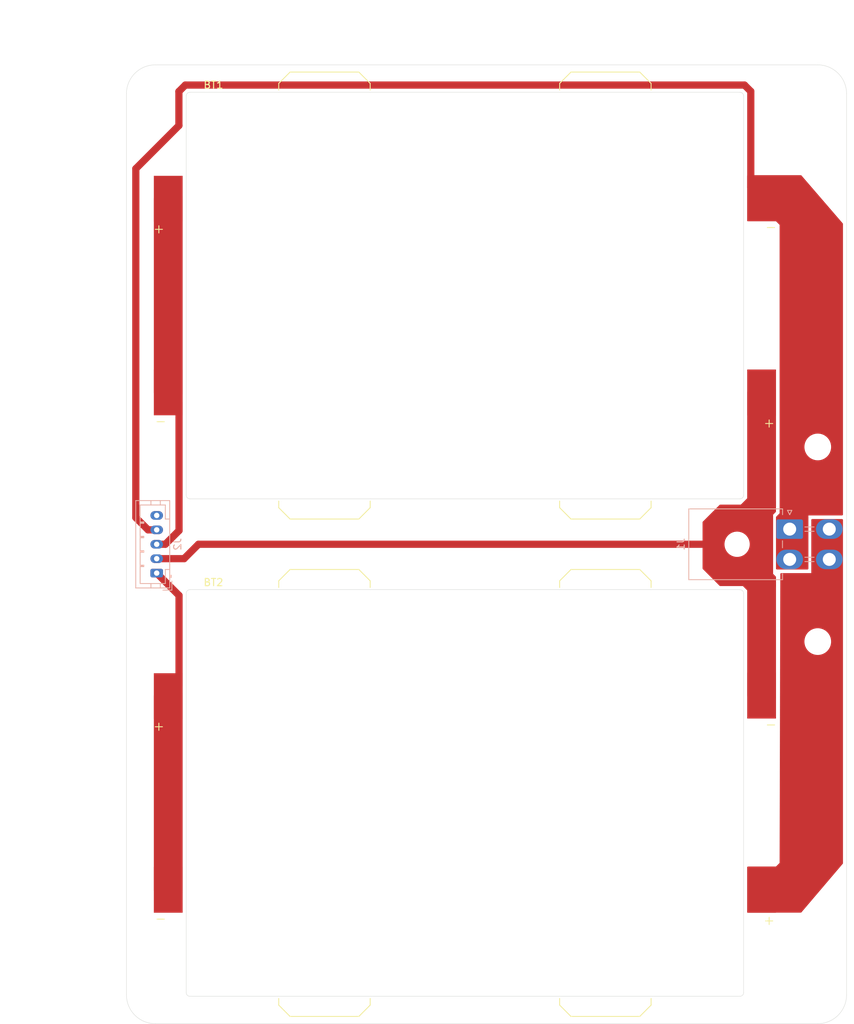
<source format=kicad_pcb>
(kicad_pcb (version 20240108) (generator "pcbnew") (generator_version "8.0")
  (layers (0 "F.Cu" signal) (31 "B.Cu" signal) (34 "B.Paste" user) (35 "F.Paste" user) (36 "B.SilkS" user "B.Silkscreen") (37 "F.SilkS" user "F.Silkscreen") (38 "B.Mask" user) (39 "F.Mask" user) (44 "Edge.Cuts" user))
  (net 0 "")
  (net 1 "/CELL1")
  (net 2 "/CELL2")
  (net 3 "/CELL3")
  (net 5 "/PACK_N")
  (net 6 "/PACK_P")
  (footprint "MountingHole:MountingHole_3.2mm_M3" (layer "F.Cu") (at 78.25 81.5)
    (property "Reference" "REF**" (hide yes))
    (property "Value" "MountingHole_3.2mm_M3" (hide yes))
    (pad "" np_thru_hole circle (at 0 0) (size 3.2 3.2) (drill 3.2) (layers "F&B.Cu" "*.Mask"))
  )
  (footprint "MountingHole:MountingHole_3.2mm_M3" (layer "F.Cu") (at 78 156)
    (property "Reference" "REF**" (hide yes))
    (property "Value" "MountingHole_3.2mm_M3" (hide yes))
    (pad "" np_thru_hole circle (at 0 0) (size 3.2 3.2) (drill 3.2) (layers "*.Cu" "*.Mask"))
  )
  (footprint "common:BAT_1108" (layer "F.Cu") (at 121 61)
    (property "Reference" "BT1" (at -34.925 -29.21 0) (layer "F.SilkS"))
    (property "Value" "~")
    (fp_line (start -43 -9.185) (end -42 -9.185) (stroke (width 0.127)) (layer "F.SilkS"))
    (fp_line (start -42.75 17.5) (end -41.75 17.5) (stroke (width 0.127)) (layer "F.SilkS"))
    (fp_line (start -42.5 -9.685) (end -42.5 -8.685) (stroke (width 0.127)) (layer "F.SilkS"))
    (fp_line (start -25.855 -29.4252) (end -25.855 -28.5035) (stroke (width 0.127)) (layer "F.SilkS"))
    (fp_line (start -25.855 28.5035) (end -25.855 29.4252) (stroke (width 0.127)) (layer "F.SilkS"))
    (fp_line (start -25.855 29.4252) (end -24.2802 31) (stroke (width 0.127)) (layer "F.SilkS"))
    (fp_line (start -24.2802 -31) (end -25.855 -29.4252) (stroke (width 0.127)) (layer "F.SilkS"))
    (fp_line (start -24.2802 -31) (end -14.7298 -31) (stroke (width 0.127)) (layer "F.SilkS"))
    (fp_line (start -24.2802 31) (end -14.7298 31) (stroke (width 0.127)) (layer "F.SilkS"))
    (fp_line (start -14.7298 -31) (end -13.155 -29.4252) (stroke (width 0.127)) (layer "F.SilkS"))
    (fp_line (start -14.7298 31) (end -13.155 29.4252) (stroke (width 0.127)) (layer "F.SilkS"))
    (fp_line (start -13.155 -29.4252) (end -13.155 -28.5035) (stroke (width 0.127)) (layer "F.SilkS"))
    (fp_line (start -13.155 29.4252) (end -13.155 28.5035) (stroke (width 0.127)) (layer "F.SilkS"))
    (fp_line (start 13.155 -29.4252) (end 14.7298 -31) (stroke (width 0.127)) (layer "F.SilkS"))
    (fp_line (start 13.155 -28.5035) (end 13.155 -29.4252) (stroke (width 0.127)) (layer "F.SilkS"))
    (fp_line (start 13.155 28.5035) (end 13.155 29.4252) (stroke (width 0.127)) (layer "F.SilkS"))
    (fp_line (start 13.155 29.4252) (end 14.7298 31) (stroke (width 0.127)) (layer "F.SilkS"))
    (fp_line (start 14.7298 -31) (end 24.2802 -31) (stroke (width 0.127)) (layer "F.SilkS"))
    (fp_line (start 14.7298 31) (end 24.2802 31) (stroke (width 0.127)) (layer "F.SilkS"))
    (fp_line (start 24.2802 -31) (end 25.855 -29.4252) (stroke (width 0.127)) (layer "F.SilkS"))
    (fp_line (start 24.2802 31) (end 25.855 29.4252) (stroke (width 0.127)) (layer "F.SilkS"))
    (fp_line (start 25.855 -29.4252) (end 25.855 -28.5035) (stroke (width 0.127)) (layer "F.SilkS"))
    (fp_line (start 25.855 29.4252) (end 25.855 28.5035) (stroke (width 0.127)) (layer "F.SilkS"))
    (fp_line (start 41.75 17.75) (end 42.75 17.75) (stroke (width 0.127)) (layer "F.SilkS"))
    (fp_line (start 42 -9.435) (end 43 -9.435) (stroke (width 0.127)) (layer "F.SilkS"))
    (fp_line (start 42.25 17.25) (end 42.25 18.25) (stroke (width 0.127)) (layer "F.SilkS"))
    (fp_line (start -38.7 27.7) (end -38.7 -27.7) (stroke (width 0.05)) (layer "Edge.Cuts"))
    (fp_line (start -38.2 -28.2) (end 38.2 -28.2) (stroke (width 0.05)) (layer "Edge.Cuts"))
    (fp_line (start 38.2 28.2) (end -38.2 28.2) (stroke (width 0.05)) (layer "Edge.Cuts"))
    (fp_line (start 38.7 -27.7) (end 38.7 27.7) (stroke (width 0.05)) (layer "Edge.Cuts"))
    (fp_arc (start -38.7 -27.7) (mid -38.553553 -28.053553) (end -38.2 -28.2) (stroke (width 0.05)) (layer "Edge.Cuts"))
    (fp_arc (start -38.2 28.2) (mid -38.553553 28.053553) (end -38.7 27.7) (stroke (width 0.05)) (layer "Edge.Cuts"))
    (fp_arc (start 38.2 -28.2) (mid 38.553553 -28.053553) (end 38.7 -27.7) (stroke (width 0.05)) (layer "Edge.Cuts"))
    (fp_arc (start 38.7 27.7) (mid 38.553553 28.053553) (end 38.2 28.2) (stroke (width 0.05)) (layer "Edge.Cuts"))
    (pad "1" smd rect (at -41.2 -13.435) (size 4 6.35) (layers "F.Cu" "F.Paste" "F.Mask") (net 1 "/CELL1"))
    (pad "2" smd rect (at 41.2 -13.5) (size 4 6.35) (layers "F.Cu" "F.Paste" "F.Mask") (net 5 "/PACK_N"))
    (pad "3" smd rect (at 41.2 13.435) (size 4 6.35) (layers "F.Cu" "F.Paste" "F.Mask") (net 2 "/CELL2"))
    (pad "4" smd rect (at -41.2 13.435) (size 4 6.35) (layers "F.Cu" "F.Paste" "F.Mask") (net 1 "/CELL1"))
  )
  (footprint "MountingHole:MountingHole_3.2mm_M3" (layer "F.Cu") (at 170 156)
    (property "Reference" "REF**" (hide yes))
    (property "Value" "MountingHole_3.2mm_M3" (hide yes))
    (pad "" np_thru_hole circle (at 0 0) (size 3.2 3.2) (drill 3.2) (layers "F&B.Cu" "*.Mask"))
  )
  (footprint "MountingHole:MountingHole_3.2mm_M3" (layer "F.Cu") (at 170 82)
    (property "Reference" "REF**" (hide yes))
    (property "Value" "MountingHole_3.2mm_M3" (hide yes))
    (pad "" np_thru_hole circle (at 0 0) (size 3.2 3.2) (drill 3.2) (layers "F&B.Cu" "*.Mask"))
  )
  (footprint "MountingHole:MountingHole_3.2mm_M3" (layer "F.Cu") (at 78 35)
    (property "Reference" "REF**" (hide yes))
    (property "Value" "MountingHole_3.2mm_M3" (hide yes))
    (pad "" np_thru_hole circle (at 0 0) (size 3.2 3.2) (drill 3.2) (layers "F&B.Cu" "*.Mask"))
  )
  (footprint "common:BAT_1108" (layer "F.Cu") (at 121 130)
    (property "Reference" "BT2" (at -34.925 -29.21 0) (layer "F.SilkS"))
    (property "Value" "~")
    (fp_line (start -43 -9.185) (end -42 -9.185) (stroke (width 0.127)) (layer "F.SilkS"))
    (fp_line (start -42.75 17.5) (end -41.75 17.5) (stroke (width 0.127)) (layer "F.SilkS"))
    (fp_line (start -42.5 -9.685) (end -42.5 -8.685) (stroke (width 0.127)) (layer "F.SilkS"))
    (fp_line (start -25.855 -29.4252) (end -25.855 -28.5035) (stroke (width 0.127)) (layer "F.SilkS"))
    (fp_line (start -25.855 28.5035) (end -25.855 29.4252) (stroke (width 0.127)) (layer "F.SilkS"))
    (fp_line (start -25.855 29.4252) (end -24.2802 31) (stroke (width 0.127)) (layer "F.SilkS"))
    (fp_line (start -24.2802 -31) (end -25.855 -29.4252) (stroke (width 0.127)) (layer "F.SilkS"))
    (fp_line (start -24.2802 -31) (end -14.7298 -31) (stroke (width 0.127)) (layer "F.SilkS"))
    (fp_line (start -24.2802 31) (end -14.7298 31) (stroke (width 0.127)) (layer "F.SilkS"))
    (fp_line (start -14.7298 -31) (end -13.155 -29.4252) (stroke (width 0.127)) (layer "F.SilkS"))
    (fp_line (start -14.7298 31) (end -13.155 29.4252) (stroke (width 0.127)) (layer "F.SilkS"))
    (fp_line (start -13.155 -29.4252) (end -13.155 -28.5035) (stroke (width 0.127)) (layer "F.SilkS"))
    (fp_line (start -13.155 29.4252) (end -13.155 28.5035) (stroke (width 0.127)) (layer "F.SilkS"))
    (fp_line (start 13.155 -29.4252) (end 14.7298 -31) (stroke (width 0.127)) (layer "F.SilkS"))
    (fp_line (start 13.155 -28.5035) (end 13.155 -29.4252) (stroke (width 0.127)) (layer "F.SilkS"))
    (fp_line (start 13.155 28.5035) (end 13.155 29.4252) (stroke (width 0.127)) (layer "F.SilkS"))
    (fp_line (start 13.155 29.4252) (end 14.7298 31) (stroke (width 0.127)) (layer "F.SilkS"))
    (fp_line (start 14.7298 -31) (end 24.2802 -31) (stroke (width 0.127)) (layer "F.SilkS"))
    (fp_line (start 14.7298 31) (end 24.2802 31) (stroke (width 0.127)) (layer "F.SilkS"))
    (fp_line (start 24.2802 -31) (end 25.855 -29.4252) (stroke (width 0.127)) (layer "F.SilkS"))
    (fp_line (start 24.2802 31) (end 25.855 29.4252) (stroke (width 0.127)) (layer "F.SilkS"))
    (fp_line (start 25.855 -29.4252) (end 25.855 -28.5035) (stroke (width 0.127)) (layer "F.SilkS"))
    (fp_line (start 25.855 29.4252) (end 25.855 28.5035) (stroke (width 0.127)) (layer "F.SilkS"))
    (fp_line (start 41.75 17.75) (end 42.75 17.75) (stroke (width 0.127)) (layer "F.SilkS"))
    (fp_line (start 42 -9.435) (end 43 -9.435) (stroke (width 0.127)) (layer "F.SilkS"))
    (fp_line (start 42.25 17.25) (end 42.25 18.25) (stroke (width 0.127)) (layer "F.SilkS"))
    (fp_line (start -38.7 27.7) (end -38.7 -27.7) (stroke (width 0.05)) (layer "Edge.Cuts"))
    (fp_line (start -38.2 -28.2) (end 38.2 -28.2) (stroke (width 0.05)) (layer "Edge.Cuts"))
    (fp_line (start 38.2 28.2) (end -38.2 28.2) (stroke (width 0.05)) (layer "Edge.Cuts"))
    (fp_line (start 38.7 -27.7) (end 38.7 27.7) (stroke (width 0.05)) (layer "Edge.Cuts"))
    (fp_arc (start -38.7 -27.7) (mid -38.553553 -28.053553) (end -38.2 -28.2) (stroke (width 0.05)) (layer "Edge.Cuts"))
    (fp_arc (start -38.2 28.2) (mid -38.553553 28.053553) (end -38.7 27.7) (stroke (width 0.05)) (layer "Edge.Cuts"))
    (fp_arc (start 38.2 -28.2) (mid 38.553553 -28.053553) (end 38.7 -27.7) (stroke (width 0.05)) (layer "Edge.Cuts"))
    (fp_arc (start 38.7 27.7) (mid 38.553553 28.053553) (end 38.2 28.2) (stroke (width 0.05)) (layer "Edge.Cuts"))
    (pad "1" smd rect (at -41.2 -13.435) (size 4 6.35) (layers "F.Cu" "F.Paste" "F.Mask") (net 3 "/CELL3"))
    (pad "2" smd rect (at 41.2 -13.5) (size 4 6.35) (layers "F.Cu" "F.Paste" "F.Mask") (net 2 "/CELL2"))
    (pad "3" smd rect (at 41.2 13.435) (size 4 6.35) (layers "F.Cu" "F.Paste" "F.Mask") (net 6 "/PACK_P"))
    (pad "4" smd rect (at -41.2 13.435) (size 4 6.35) (layers "F.Cu" "F.Paste" "F.Mask") (net 3 "/CELL3"))
  )
  (footprint "MountingHole:MountingHole_3.2mm_M3" (layer "F.Cu") (at 170 35)
    (property "Reference" "REF**" (hide yes))
    (property "Value" "MountingHole_3.2mm_M3" (hide yes))
    (pad "" np_thru_hole circle (at 0 0) (size 3.2 3.2) (drill 3.2) (layers "F&B.Cu" "*.Mask"))
  )
  (footprint "MountingHole:MountingHole_3.2mm_M3" (layer "F.Cu") (at 78 109)
    (property "Reference" "REF**" (hide yes))
    (property "Value" "MountingHole_3.2mm_M3" (hide yes))
    (pad "" np_thru_hole circle (at 0 0) (size 3.2 3.2) (drill 3.2) (layers "F&B.Cu" "*.Mask"))
  )
  (footprint "MountingHole:MountingHole_3.2mm_M3" (layer "F.Cu") (at 170 109)
    (property "Reference" "REF**" (hide yes))
    (property "Value" "MountingHole_3.2mm_M3" (hide yes))
    (pad "" np_thru_hole circle (at 0 0) (size 3.2 3.2) (drill 3.2) (layers "F&B.Cu" "*.Mask"))
  )
  (footprint "common:Molex_Mini-Fit_Jr_5569-04A2_2x02_P4.20mm_Horizontal" (layer "B.Cu") (at 166.1 93.4 -90)
    (property "Reference" "J1" (at 2.1 15.1 90) (layer "B.SilkS") (effects (justify mirror)))
    (property "Value" "Conn_02x02_Top_Bottom" (hide yes))
    (fp_line (start -2.81 14.01) (end -2.81 0.99) (stroke (width 0.12)) (layer "B.SilkS"))
    (fp_line (start 2.1 14.01) (end -2.81 14.01) (stroke (width 0.12)) (layer "B.SilkS"))
    (fp_line (start 2.1 14.01) (end 7.01 14.01) (stroke (width 0.12)) (layer "B.SilkS"))
    (fp_line (start 7.01 14.01) (end 7.01 0.99) (stroke (width 0.12)) (layer "B.SilkS"))
    (fp_line (start 2.59 1) (end 1.61 1) (stroke (width 0.12)) (layer "B.SilkS"))
    (fp_line (start -2.81 0.99) (end -2 0.99) (stroke (width 0.12)) (layer "B.SilkS"))
    (fp_line (start 7.01 0.99) (end 6.2 0.99) (stroke (width 0.12)) (layer "B.SilkS"))
    (fp_line (start -2.6 0.3) (end -2.6 -0.3) (stroke (width 0.12)) (layer "B.SilkS"))
    (fp_line (start -2 0) (end -2.6 0.3) (stroke (width 0.12)) (layer "B.SilkS"))
    (fp_line (start -2.6 -0.3) (end -2 0) (stroke (width 0.12)) (layer "B.SilkS"))
    (fp_line (start -0.3 -3.39) (end -0.3 -2.11) (stroke (width 0.12)) (layer "B.SilkS"))
    (fp_line (start 0.3 -3.39) (end 0.3 -2.11) (stroke (width 0.12)) (layer "B.SilkS"))
    (fp_line (start 3.9 -3.39) (end 3.9 -2.11) (stroke (width 0.12)) (layer "B.SilkS"))
    (fp_line (start 4.5 -3.39) (end 4.5 -2.11) (stroke (width 0.12)) (layer "B.SilkS"))
    (pad "" np_thru_hole circle (at 2.1 7.3 270) (size 3 3) (drill 3) (layers "*.Cu" "*.Mask"))
    (pad "1" thru_hole roundrect (at 0 0 270) (size 2.7 3.7) (drill 1.8) (layers "*.Cu" "*.Mask") (roundrect_rratio 0.092593) (net 5 "/PACK_N"))
    (pad "2" thru_hole oval (at 4.2 0 270) (size 2.7 3.7) (drill 1.8) (layers "*.Cu" "*.Mask") (net 5 "/PACK_N"))
    (pad "3" thru_hole oval (at 0 -5.5 270) (size 2.7 3.7) (drill 1.8) (layers "*.Cu" "*.Mask") (net 6 "/PACK_P"))
    (pad "4" thru_hole oval (at 4.2 -5.5 270) (size 2.7 3.7) (drill 1.8) (layers "*.Cu" "*.Mask") (net 6 "/PACK_P"))
  )
  (footprint "Connector_JST:JST_PH_B5B-PH-K_1x05_P2.00mm_Vertical" (layer "B.Cu") (at 78.2 99.5 90)
    (property "Reference" "J2" (at 4 2.9 90) (layer "B.SilkS") (effects (justify mirror)))
    (property "Value" "Conn_01x05")
    (fp_line (start 10.06 -2.91) (end -2.06 -2.91) (stroke (width 0.12)) (layer "B.SilkS"))
    (fp_line (start -2.06 -2.91) (end -2.06 1.81) (stroke (width 0.12)) (layer "B.SilkS"))
    (fp_line (start 9.45 -2.3) (end -1.45 -2.3) (stroke (width 0.12)) (layer "B.SilkS"))
    (fp_line (start 7.1 -2.3) (end 7.1 -1.8) (stroke (width 0.12)) (layer "B.SilkS"))
    (fp_line (start 5.1 -2.3) (end 5.1 -1.8) (stroke (width 0.12)) (layer "B.SilkS"))
    (fp_line (start 3.1 -2.3) (end 3.1 -1.8) (stroke (width 0.12)) (layer "B.SilkS"))
    (fp_line (start 1.1 -2.3) (end 1.1 -1.8) (stroke (width 0.12)) (layer "B.SilkS"))
    (fp_line (start -1.45 -2.3) (end -1.45 1.2) (stroke (width 0.12)) (layer "B.SilkS"))
    (fp_line (start 7.1 -1.8) (end 6.9 -1.8) (stroke (width 0.12)) (layer "B.SilkS"))
    (fp_line (start 7 -1.8) (end 7 -2.3) (stroke (width 0.12)) (layer "B.SilkS"))
    (fp_line (start 6.9 -1.8) (end 6.9 -2.3) (stroke (width 0.12)) (layer "B.SilkS"))
    (fp_line (start 5.1 -1.8) (end 4.9 -1.8) (stroke (width 0.12)) (layer "B.SilkS"))
    (fp_line (start 5 -1.8) (end 5 -2.3) (stroke (width 0.12)) (layer "B.SilkS"))
    (fp_line (start 4.9 -1.8) (end 4.9 -2.3) (stroke (width 0.12)) (layer "B.SilkS"))
    (fp_line (start 3.1 -1.8) (end 2.9 -1.8) (stroke (width 0.12)) (layer "B.SilkS"))
    (fp_line (start 3 -1.8) (end 3 -2.3) (stroke (width 0.12)) (layer "B.SilkS"))
    (fp_line (start 2.9 -1.8) (end 2.9 -2.3) (stroke (width 0.12)) (layer "B.SilkS"))
    (fp_line (start 1.1 -1.8) (end 0.9 -1.8) (stroke (width 0.12)) (layer "B.SilkS"))
    (fp_line (start 1 -1.8) (end 1 -2.3) (stroke (width 0.12)) (layer "B.SilkS"))
    (fp_line (start 0.9 -1.8) (end 0.9 -2.3) (stroke (width 0.12)) (layer "B.SilkS"))
    (fp_line (start 9.45 -0.8) (end 10.06 -0.8) (stroke (width 0.12)) (layer "B.SilkS"))
    (fp_line (start -1.45 -0.8) (end -2.06 -0.8) (stroke (width 0.12)) (layer "B.SilkS"))
    (fp_line (start 9.45 0.5) (end 10.06 0.5) (stroke (width 0.12)) (layer "B.SilkS"))
    (fp_line (start -1.45 0.5) (end -2.06 0.5) (stroke (width 0.12)) (layer "B.SilkS"))
    (fp_line (start -2.36 0.86) (end -2.36 2.11) (stroke (width 0.12)) (layer "B.SilkS"))
    (fp_line (start 9.45 1.2) (end 9.45 -2.3) (stroke (width 0.12)) (layer "B.SilkS"))
    (fp_line (start 7.5 1.2) (end 9.45 1.2) (stroke (width 0.12)) (layer "B.SilkS"))
    (fp_line (start 0.5 1.2) (end 0.5 1.81) (stroke (width 0.12)) (layer "B.SilkS"))
    (fp_line (start -1.45 1.2) (end 0.5 1.2) (stroke (width 0.12)) (layer "B.SilkS"))
    (fp_line (start 10.06 1.81) (end 10.06 -2.91) (stroke (width 0.12)) (layer "B.SilkS"))
    (fp_line (start 7.5 1.81) (end 7.5 1.2) (stroke (width 0.12)) (layer "B.SilkS"))
    (fp_line (start -0.6 1.81) (end -0.6 2.01) (stroke (width 0.12)) (layer "B.SilkS"))
    (fp_line (start -2.06 1.81) (end 10.06 1.81) (stroke (width 0.12)) (layer "B.SilkS"))
    (fp_line (start -0.6 1.91) (end -0.3 1.91) (stroke (width 0.12)) (layer "B.SilkS"))
    (fp_line (start -0.3 2.01) (end -0.3 1.81) (stroke (width 0.12)) (layer "B.SilkS"))
    (fp_line (start -0.6 2.01) (end -0.3 2.01) (stroke (width 0.12)) (layer "B.SilkS"))
    (fp_line (start -2.36 2.11) (end -1.11 2.11) (stroke (width 0.12)) (layer "B.SilkS"))
    (pad "1" thru_hole roundrect (at 0 0 90) (size 1.2 1.75) (drill 0.75) (layers "*.Cu" "*.Mask") (roundrect_rratio 0.208333) (net 3 "/CELL3"))
    (pad "2" thru_hole oval (at 2 0 90) (size 1.2 1.75) (drill 0.75) (layers "*.Cu" "*.Mask") (net 2 "/CELL2"))
    (pad "3" thru_hole oval (at 4 0 90) (size 1.2 1.75) (drill 0.75) (layers "*.Cu" "*.Mask") (net 1 "/CELL1"))
    (pad "4" thru_hole oval (at 6 0 90) (size 1.2 1.75) (drill 0.75) (layers "*.Cu" "*.Mask") (net 5 "/PACK_N"))
    (pad "5" thru_hole oval (at 8 0 90) (size 1.2 1.75) (drill 0.75) (layers "*.Cu" "*.Mask"))
  )
  (gr_arc (start 74 33) (mid 75.171573 30.171573) (end 78 29) (stroke (width 0.05)) (layer "Edge.Cuts"))
  (gr_line (start 170 162) (end 78 162) (stroke (width 0.05)) (layer "Edge.Cuts"))
  (gr_line (start 78 29) (end 170 29) (stroke (width 0.05)) (layer "Edge.Cuts"))
  (gr_line (start 174 33) (end 174 158) (stroke (width 0.05)) (layer "Edge.Cuts"))
  (gr_arc (start 170 29) (mid 172.828427 30.171573) (end 174 33) (stroke (width 0.05)) (layer "Edge.Cuts"))
  (gr_line (start 74 158) (end 74 33) (stroke (width 0.05)) (layer "Edge.Cuts"))
  (gr_arc (start 174 158) (mid 172.828427 160.828427) (end 170 162) (stroke (width 0.05)) (layer "Edge.Cuts"))
  (gr_arc (start 78 162) (mid 75.171573 160.828427) (end 74 158) (stroke (width 0.05)) (layer "Edge.Cuts"))
  (segment (start 78.2 95.5) (end 79.4 95.5) (width 1) (layer "F.Cu") (net 1))
  (segment (start 81.3 93.6) (end 81.3 75.935) (width 1) (layer "F.Cu") (net 1))
  (segment (start 81.3 75.935) (end 79.8 74.435) (width 1) (layer "F.Cu") (net 1))
  (segment (start 79.4 95.5) (end 81.3 93.6) (width 1) (layer "F.Cu") (net 1))
  (segment (start 79.8 47.565) (end 79.8 74.435) (width 4) (layer "F.Cu") (net 1))
  (segment (start 82 97.5) (end 84 95.5) (width 1) (layer "F.Cu") (net 2))
  (segment (start 160.396686 99.25) (end 162.2 101.053314) (width 4) (layer "F.Cu") (net 2))
  (segment (start 162.2 89.946686) (end 160.396686 91.75) (width 4) (layer "F.Cu") (net 2))
  (segment (start 162.2 101.053314) (end 162.2 116.5) (width 4) (layer "F.Cu") (net 2))
  (segment (start 162.2 74.435) (end 162.2 89.946686) (width 4) (layer "F.Cu") (net 2))
  (segment (start 78.2 97.5) (end 82 97.5) (width 1) (layer "F.Cu") (net 2))
  (segment (start 84 95.5) (end 156.4 95.5) (width 1) (layer "F.Cu") (net 2))
  (segment (start 160.446686 99.3) (end 162.2 101.053314) (width 4) (layer "F.Cu") (net 2))
  (segment (start 81.3 115.065) (end 79.8 116.565) (width 1) (layer "F.Cu") (net 3))
  (segment (start 81.3 102.6) (end 81.3 115.065) (width 1) (layer "F.Cu") (net 3))
  (segment (start 79.8 116.565) (end 79.8 143.435) (width 4) (layer "F.Cu") (net 3))
  (segment (start 78.2 99.5) (end 81.3 102.6) (width 1) (layer "F.Cu") (net 3))
  (segment (start 81.281957 32.692677) (end 82.174634 31.8) (width 1) (layer "F.Cu") (net 5))
  (segment (start 159.825366 31.8) (end 160.7 32.674634) (width 1) (layer "F.Cu") (net 5))
  (segment (start 75.3 43.4) (end 81.281957 37.418043) (width 1) (layer "F.Cu") (net 5))
  (segment (start 82.174634 31.8) (end 159.825366 31.8) (width 1) (layer "F.Cu") (net 5))
  (segment (start 160.7 32.674634) (end 160.7 46) (width 1) (layer "F.Cu") (net 5))
  (segment (start 77 93.5) (end 75.3 91.8) (width 1) (layer "F.Cu") (net 5))
  (segment (start 75.3 91.8) (end 75.3 43.4) (width 1) (layer "F.Cu") (net 5))
  (segment (start 78.2 93.5) (end 77 93.5) (width 1) (layer "F.Cu") (net 5))
  (segment (start 160.7 46) (end 162.2 47.5) (width 1) (layer "F.Cu") (net 5))
  (segment (start 81.281957 37.418043) (end 81.281957 32.692677) (width 1) (layer "F.Cu") (net 5))
  (zone (net 5) (net_name "/PACK_N") (layer "F.Cu") (connect_pads yes (clearance 0.2)) (min_thickness 0.25) (fill yes (thermal_gap 0.5) (thermal_bridge_width 0.5))
    (polygon (pts (xy 164.7 51.2) (xy 164.7 91.2) (xy 164.2 91.7) (xy 164.2 99) (xy 168.7 99) (xy 168.7 91.5) (xy 174 91.5) (xy 174 51.6) (xy 167.7 44.3) (xy 160.2 44.3) (xy 160.2 50.7) (xy 164.2 50.7)))
  )
  (zone (net 6) (net_name "/PACK_P") (layer "F.Cu") (connect_pads yes (clearance 0.2)) (min_thickness 0.25) (fill yes (thermal_gap 0.5) (thermal_bridge_width 0.5))
    (polygon (pts (xy 164.7 139.7) (xy 164.8 99.5) (xy 169.1 99.5) (xy 169.1 92) (xy 174 92) (xy 174 139.2) (xy 167.7 146.6) (xy 160.2 146.6) (xy 160.2 140.2) (xy 164.2 140.2)))
  )
  (zone (net 2) (net_name "/CELL2") (layer "F.Cu") (priority 1) (connect_pads yes (clearance 0.2)) (min_thickness 0.25) (fill yes (thermal_gap 0.5) (thermal_bridge_width 0.5))
    (polygon (pts (xy 156.4 90) (xy 164.2 90) (xy 164.2 91) (xy 163.8 91.4) (xy 163.8 99.6) (xy 164.2 100) (xy 164.2 101.3) (xy 156.4 101.3) (xy 154 98.9) (xy 154 92.4)))
  )
)
</source>
